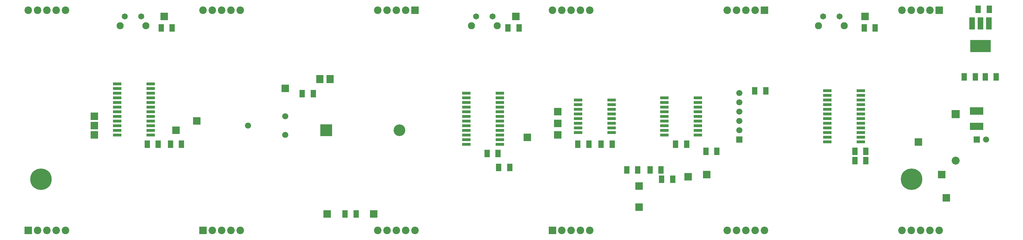
<source format=gbr>
G04 start of page 5 for group -4062 idx -4062
G04 Title: (unknown), soldermask *
G04 Creator: pcb-bin 20060822 *
G04 CreationDate: Wed Jun  4 23:35:37 2008 UTC *
G04 For: pete *
G04 Format: Gerber/RS-274X *
G04 PCB-Dimensions: 1125000 272500 *
G04 PCB-Coordinate-Origin: lower left *
%MOIN*%
%FSLAX24Y24*%
%LNBACKMASK*%
%ADD11R,0.0860X0.0860*%
%ADD12C,0.0860*%
%ADD13R,0.0810X0.0810*%
%ADD14C,0.0810*%
%ADD15R,0.0660X0.0660*%
%ADD16C,0.0660*%
%ADD17C,0.2310*%
%ADD18C,0.0769*%
%ADD19C,0.0651*%
%ADD20C,0.1260*%
%ADD21R,0.1260X0.1260*%
%ADD22R,0.0572X0.0572*%
%ADD23R,0.1280X0.1280*%
%ADD24R,0.0300X0.0300*%
%ADD25R,0.0769X0.0769*%
%ADD26R,0.0750X0.0750*%
%ADD27R,0.0620X0.0620*%
G54D11*%LNBACKMASK_D1*%
%LPD*%
X107000Y14250D03*
G54D12*Y9250D03*
G54D13*X106000Y5250D03*
G54D14*X105225Y1730D03*
X104225D03*
X103225D03*
G54D15*X109250Y11500D03*
G54D16*X110250D03*
G54D13*X103000Y11250D03*
G54D14*X102225Y1730D03*
G54D13*X105500Y7750D03*
G54D17*X102250Y7250D03*
G54D14*X101225Y1730D03*
G54D13*X105225Y25400D03*
G54D14*X104225D03*
X103225D03*
X102225D03*
X101225D03*
G54D18*X95005Y23750D03*
G54D13*X97250Y24750D03*
G54D19*X94513Y24734D03*
X92742D03*
G54D18*X92250Y23750D03*
G54D13*X86455Y25400D03*
G54D14*X85455D03*
X84455D03*
X83455D03*
X82455D03*
G54D16*X83750Y13500D03*
Y14500D03*
Y15500D03*
Y16500D03*
G54D14*X84455Y1730D03*
G54D16*X83750Y12500D03*
G54D14*X86455Y1730D03*
X83455D03*
X85455D03*
X82455D03*
G54D13*X80250Y7750D03*
G54D15*X83750Y11500D03*
G54D13*X73000Y4250D03*
X78250Y7500D03*
X73000Y6500D03*
X64250Y12000D03*
Y13250D03*
Y14500D03*
G54D14*X67685Y25400D03*
X66685D03*
X65685D03*
X64685D03*
X63685D03*
G54D13*X59750Y24750D03*
G54D19*X57263Y24734D03*
X55492D03*
G54D18*X57755Y23750D03*
X55000D03*
G54D13*X48915Y25400D03*
G54D14*X47915D03*
X46915D03*
X45915D03*
X44915D03*
X65685Y1730D03*
X66685D03*
X64685D03*
X67685D03*
G54D13*X63685D03*
G54D14*X48915D03*
X47915D03*
X46915D03*
X45915D03*
G54D13*X44500Y3500D03*
X39500D03*
G54D14*X44915Y1730D03*
X30145D03*
X29145D03*
X28145D03*
X27145D03*
G54D13*X26145D03*
X61000Y11750D03*
X35000Y17000D03*
G54D16*Y14000D03*
G54D14*X30145Y25400D03*
X29145D03*
X28145D03*
X27145D03*
X26145D03*
G54D13*X25500Y13500D03*
G54D20*X47261Y12500D03*
G54D21*X39387D03*
G54D16*X35000Y12000D03*
X31000Y13000D03*
G54D13*X23250Y12500D03*
X22000Y24750D03*
G54D18*X20005Y23750D03*
G54D19*X19513Y24734D03*
X17742D03*
G54D18*X17250Y23750D03*
G54D13*X14500Y12000D03*
Y13000D03*
Y14000D03*
G54D14*X11375Y1730D03*
Y25400D03*
X10375D03*
X9375D03*
X8375D03*
X7375D03*
X9375Y1730D03*
X10375D03*
X8375D03*
G54D17*X8750Y7250D03*
G54D13*X7375Y1730D03*
G54D22*X111340Y18368D02*Y18131D01*
X110159Y18368D02*Y18131D01*
X109409Y25618D02*Y25381D01*
X110590Y25618D02*Y25381D01*
G54D23*X109200Y21560D02*X110100D01*
G54D22*X98340Y23618D02*Y23381D01*
X97340Y9368D02*Y9131D01*
Y10368D02*Y10131D01*
X97159Y23618D02*Y23381D01*
G54D24*X96500Y12250D02*X97100D01*
X96500Y11750D02*X97100D01*
X96500Y12750D02*X97100D01*
X96500Y11250D02*X97100D01*
X96500Y13250D02*X97100D01*
X96500Y15250D02*X97100D01*
X96500Y15750D02*X97100D01*
X96500Y14750D02*X97100D01*
X96500Y16250D02*X97100D01*
X96500Y14250D02*X97100D01*
X96500Y16750D02*X97100D01*
G54D22*X96159Y9368D02*Y9131D01*
Y10368D02*Y10131D01*
X109090Y18368D02*Y18131D01*
G54D25*X108915Y12923D02*X109584D01*
X108915Y14576D02*X109584D01*
G54D22*X107909Y18368D02*Y18131D01*
G54D24*X92900Y11250D02*X93500D01*
X92900Y11750D02*X93500D01*
X92900Y12250D02*X93500D01*
X92900Y12750D02*X93500D01*
X92900Y13250D02*X93500D01*
X92900Y14250D02*X93500D01*
X92900Y14750D02*X93500D01*
X92900Y15250D02*X93500D01*
X92900Y15750D02*X93500D01*
X92900Y16250D02*X93500D01*
X92900Y16750D02*X93500D01*
X96500Y13750D02*X97100D01*
X92900D02*X93500D01*
G54D22*X86590Y16868D02*Y16631D01*
X85409Y16868D02*Y16631D01*
G54D24*X79000Y15000D02*X79600D01*
X79000Y14500D02*X79600D01*
X79000Y15500D02*X79600D01*
X79000Y14000D02*X79600D01*
X79000Y16000D02*X79600D01*
X79000Y13500D02*X79600D01*
X75400D02*X76000D01*
X75400Y14000D02*X76000D01*
X75400Y14500D02*X76000D01*
X75400Y15000D02*X76000D01*
X75400Y15500D02*X76000D01*
X75400Y16000D02*X76000D01*
X79000Y13000D02*X79600D01*
X79000Y12000D02*X79600D01*
X79000Y12500D02*X79600D01*
G54D22*X78090Y11118D02*Y10881D01*
X76590Y7368D02*Y7131D01*
G54D24*X75400Y12000D02*X76000D01*
X75400Y12500D02*X76000D01*
G54D22*X75409Y7368D02*Y7131D01*
X76909Y11118D02*Y10881D01*
X75340Y8368D02*Y8131D01*
G54D24*X69750Y14750D02*X70350D01*
X69750Y14250D02*X70350D01*
X69750Y15250D02*X70350D01*
X69750Y15750D02*X70350D01*
G54D22*X70090Y11118D02*Y10881D01*
X68909Y11118D02*Y10881D01*
X67590Y11118D02*Y10881D01*
X66409Y11118D02*Y10881D01*
G54D24*X69750Y12250D02*X70350D01*
X69750Y12750D02*X70350D01*
X66150Y13250D02*X66750D01*
X66150Y13750D02*X66750D01*
X66150Y14250D02*X66750D01*
X66150Y14750D02*X66750D01*
X66150Y15250D02*X66750D01*
X69750Y13750D02*X70350D01*
X69750Y13250D02*X70350D01*
X66150Y15750D02*X66750D01*
X75400Y13000D02*X76000D01*
X66150Y12250D02*X66750D01*
X66150Y12750D02*X66750D01*
X57750Y11500D02*X58350D01*
X57750Y12000D02*X58350D01*
X57750Y11000D02*X58350D01*
X57750Y12500D02*X58350D01*
X57750Y13000D02*X58350D01*
G54D22*X74159Y8368D02*Y8131D01*
X72840Y8368D02*Y8131D01*
X71659Y8368D02*Y8131D01*
X59090Y8618D02*Y8381D01*
X57909Y8618D02*Y8381D01*
X81340Y10368D02*Y10131D01*
X80159Y10368D02*Y10131D01*
X57840Y10118D02*Y9881D01*
X56659Y10118D02*Y9881D01*
G54D24*X57750Y14500D02*X58350D01*
X57750Y15000D02*X58350D01*
X57750Y14000D02*X58350D01*
X57750Y15500D02*X58350D01*
X57750Y13500D02*X58350D01*
X54150Y15500D02*X54750D01*
X57750Y16500D02*X58350D01*
X57750Y16000D02*X58350D01*
X54150D02*X54750D01*
X54150Y11000D02*X54750D01*
X54150Y11500D02*X54750D01*
X54150Y12000D02*X54750D01*
X54150Y12500D02*X54750D01*
X54150Y13000D02*X54750D01*
X54150Y13500D02*X54750D01*
X54150Y14000D02*X54750D01*
X54150Y14500D02*X54750D01*
X54150Y15000D02*X54750D01*
G54D22*X42590Y3618D02*Y3381D01*
X41409Y3618D02*Y3381D01*
G54D26*X39800Y18060D02*Y17940D01*
X38700Y18060D02*Y17940D01*
G54D22*X37990Y16568D02*Y16331D01*
G54D24*X54150Y16500D02*X54750D01*
G54D22*X36809Y16568D02*Y16331D01*
G54D27*X109650Y24330D02*Y23670D01*
X108750Y24330D02*Y23670D01*
X110560Y24330D02*Y23670D01*
G54D22*X60090Y23618D02*Y23381D01*
X58909Y23618D02*Y23381D01*
X22840Y23618D02*Y23381D01*
X21659Y23618D02*Y23381D01*
X23840Y11118D02*Y10881D01*
X22659Y11118D02*Y10881D01*
X21340Y11118D02*Y10881D01*
X20159Y11118D02*Y10881D01*
G54D24*X20250Y13500D02*X20850D01*
X20250Y13000D02*X20850D01*
X20250Y14000D02*X20850D01*
X16650Y12000D02*X17250D01*
X16650Y12500D02*X17250D01*
X16650Y13000D02*X17250D01*
X20250Y12500D02*X20850D01*
X16650Y13500D02*X17250D01*
X16650Y14000D02*X17250D01*
X16650Y14500D02*X17250D01*
X16650Y15000D02*X17250D01*
X20250Y12000D02*X20850D01*
X16650Y15500D02*X17250D01*
X20250Y14500D02*X20850D01*
X20250Y15000D02*X20850D01*
X20250Y15500D02*X20850D01*
X20250Y16000D02*X20850D01*
X20250Y17000D02*X20850D01*
X20250Y16500D02*X20850D01*
X20250Y17500D02*X20850D01*
X16650Y16000D02*X17250D01*
X16650Y16500D02*X17250D01*
X16650Y17000D02*X17250D01*
X16650Y17500D02*X17250D01*
M02*

</source>
